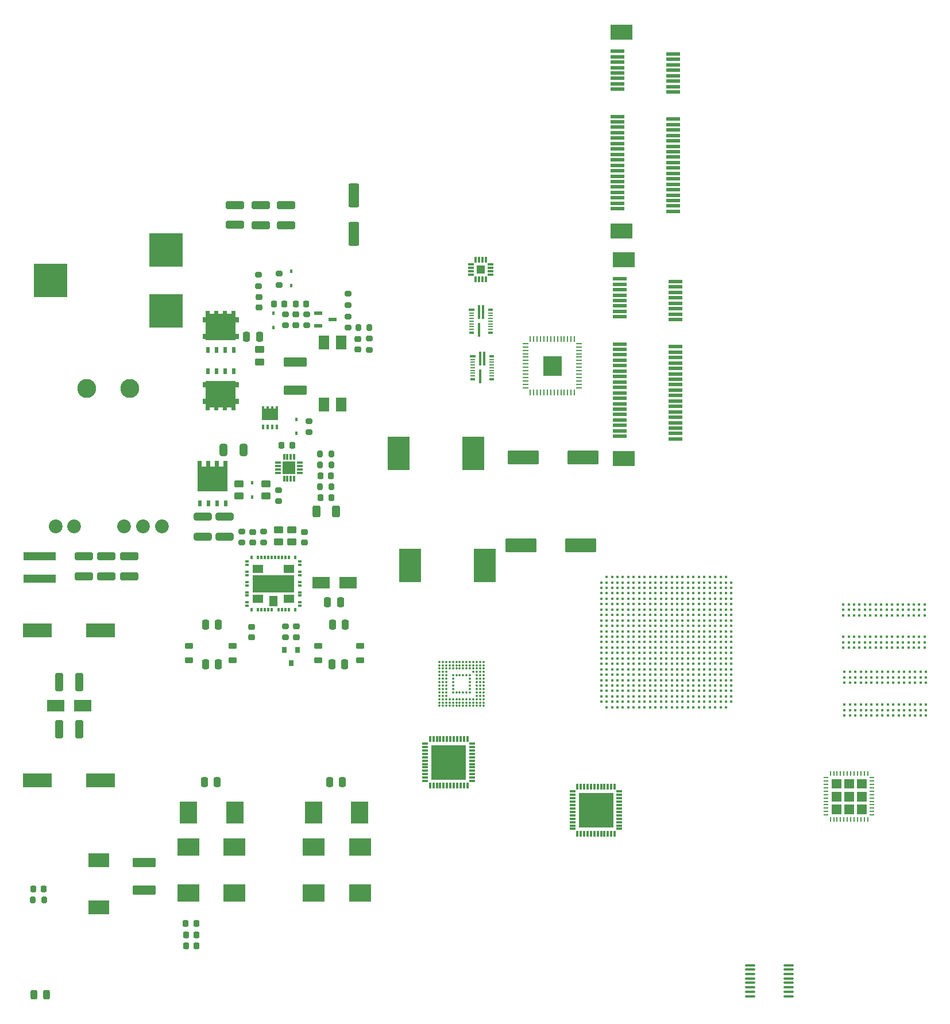
<source format=gbr>
%TF.GenerationSoftware,KiCad,Pcbnew,5.99.0-unknown-4b436fa57~104~ubuntu20.04.1*%
%TF.CreationDate,2020-10-20T16:16:34-05:00*%
%TF.ProjectId,AP2100,41503231-3030-42e6-9b69-6361645f7063,rev?*%
%TF.SameCoordinates,Original*%
%TF.FileFunction,Paste,Top*%
%TF.FilePolarity,Positive*%
%FSLAX46Y46*%
G04 Gerber Fmt 4.6, Leading zero omitted, Abs format (unit mm)*
G04 Created by KiCad (PCBNEW 5.99.0-unknown-4b436fa57~104~ubuntu20.04.1) date 2020-10-20 16:16:34*
%MOMM*%
%LPD*%
G01*
G04 APERTURE LIST*
G04 Aperture macros list*
%AMRoundRect*
0 Rectangle with rounded corners*
0 $1 Rounding radius*
0 $2 $3 $4 $5 $6 $7 $8 $9 X,Y pos of 4 corners*
0 Add a 4 corners polygon primitive as box body*
4,1,4,$2,$3,$4,$5,$6,$7,$8,$9,$2,$3,0*
0 Add four circle primitives for the rounded corners*
1,1,$1+$1,$2,$3,0*
1,1,$1+$1,$4,$5,0*
1,1,$1+$1,$6,$7,0*
1,1,$1+$1,$8,$9,0*
0 Add four rect primitives between the rounded corners*
20,1,$1+$1,$2,$3,$4,$5,0*
20,1,$1+$1,$4,$5,$6,$7,0*
20,1,$1+$1,$6,$7,$8,$9,0*
20,1,$1+$1,$8,$9,$2,$3,0*%
G04 Aperture macros list end*
%ADD10C,0.010000*%
%ADD11RoundRect,0.250000X-0.250000X-0.475000X0.250000X-0.475000X0.250000X0.475000X-0.250000X0.475000X0*%
%ADD12RoundRect,0.243750X-0.243750X-0.456250X0.243750X-0.456250X0.243750X0.456250X-0.243750X0.456250X0*%
%ADD13RoundRect,0.225000X-0.250000X0.225000X-0.250000X-0.225000X0.250000X-0.225000X0.250000X0.225000X0*%
%ADD14R,0.620000X0.940000*%
%ADD15R,1.300000X0.600000*%
%ADD16RoundRect,0.218750X0.381250X-0.218750X0.381250X0.218750X-0.381250X0.218750X-0.381250X-0.218750X0*%
%ADD17RoundRect,0.250000X1.100000X-0.325000X1.100000X0.325000X-1.100000X0.325000X-1.100000X-0.325000X0*%
%ADD18R,3.200000X5.000000*%
%ADD19RoundRect,0.200000X-0.275000X0.200000X-0.275000X-0.200000X0.275000X-0.200000X0.275000X0.200000X0*%
%ADD20RoundRect,0.225000X0.250000X-0.225000X0.250000X0.225000X-0.250000X0.225000X-0.250000X-0.225000X0*%
%ADD21R,0.450000X0.600000*%
%ADD22RoundRect,0.250000X1.075000X-0.312500X1.075000X0.312500X-1.075000X0.312500X-1.075000X-0.312500X0*%
%ADD23RoundRect,0.250000X0.450000X-0.262500X0.450000X0.262500X-0.450000X0.262500X-0.450000X-0.262500X0*%
%ADD24RoundRect,0.250000X-0.325000X-1.100000X0.325000X-1.100000X0.325000X1.100000X-0.325000X1.100000X0*%
%ADD25RoundRect,0.225000X0.225000X0.250000X-0.225000X0.250000X-0.225000X-0.250000X0.225000X-0.250000X0*%
%ADD26R,3.300000X2.500000*%
%ADD27RoundRect,0.218750X-0.218750X-0.256250X0.218750X-0.256250X0.218750X0.256250X-0.218750X0.256250X0*%
%ADD28RoundRect,0.250000X-0.450000X0.262500X-0.450000X-0.262500X0.450000X-0.262500X0.450000X0.262500X0*%
%ADD29RoundRect,0.225000X-0.225000X-0.250000X0.225000X-0.250000X0.225000X0.250000X-0.225000X0.250000X0*%
%ADD30R,5.000000X5.000000*%
%ADD31RoundRect,0.200000X0.275000X-0.200000X0.275000X0.200000X-0.275000X0.200000X-0.275000X-0.200000X0*%
%ADD32R,0.300000X0.850000*%
%ADD33R,0.850000X0.300000*%
%ADD34R,5.150000X5.150000*%
%ADD35RoundRect,0.218750X0.218750X0.256250X-0.218750X0.256250X-0.218750X-0.256250X0.218750X-0.256250X0*%
%ADD36RoundRect,0.250000X0.325000X0.650000X-0.325000X0.650000X-0.325000X-0.650000X0.325000X-0.650000X0*%
%ADD37RoundRect,0.250001X-2.049999X-0.799999X2.049999X-0.799999X2.049999X0.799999X-2.049999X0.799999X0*%
%ADD38C,2.030000*%
%ADD39C,2.790000*%
%ADD40R,1.250000X1.250000*%
%ADD41R,4.300000X2.100000*%
%ADD42RoundRect,0.100000X0.637500X0.100000X-0.637500X0.100000X-0.637500X-0.100000X0.637500X-0.100000X0*%
%ADD43RoundRect,0.250000X-1.100000X0.325000X-1.100000X-0.325000X1.100000X-0.325000X1.100000X0.325000X0*%
%ADD44C,0.410000*%
%ADD45R,2.000000X0.600000*%
%ADD46R,3.200000X2.300000*%
%ADD47RoundRect,0.250000X0.550000X-1.500000X0.550000X1.500000X-0.550000X1.500000X-0.550000X-1.500000X0*%
%ADD48RoundRect,0.218750X0.256250X-0.218750X0.256250X0.218750X-0.256250X0.218750X-0.256250X-0.218750X0*%
%ADD49R,2.500000X3.300000*%
%ADD50R,0.420000X0.700000*%
%ADD51R,2.370000X1.700000*%
%ADD52R,0.420000X0.450000*%
%ADD53RoundRect,0.249999X-1.450001X0.450001X-1.450001X-0.450001X1.450001X-0.450001X1.450001X0.450001X0*%
%ADD54R,2.500000X1.800000*%
%ADD55RoundRect,0.200000X0.200000X0.275000X-0.200000X0.275000X-0.200000X-0.275000X0.200000X-0.275000X0*%
%ADD56R,0.950000X0.300000*%
%ADD57R,0.300000X0.950000*%
%ADD58R,1.850000X1.850000*%
%ADD59R,1.500000X2.100000*%
%ADD60R,0.800000X0.900000*%
%ADD61R,0.300000X0.580000*%
%ADD62R,0.580000X0.300000*%
%ADD63R,1.520000X1.200000*%
%ADD64R,6.140000X2.560000*%
%ADD65R,1.200000X1.520000*%
%ADD66RoundRect,0.200000X-0.200000X-0.275000X0.200000X-0.275000X0.200000X0.275000X-0.200000X0.275000X0*%
%ADD67R,0.900000X0.300000*%
%ADD68R,0.800000X0.200000*%
%ADD69R,0.800000X0.300000*%
%ADD70R,0.300000X2.000000*%
%ADD71RoundRect,0.249999X1.450001X-0.450001X1.450001X0.450001X-1.450001X0.450001X-1.450001X-0.450001X0*%
%ADD72R,4.700000X1.200000*%
%ADD73R,3.150000X2.150000*%
%ADD74RoundRect,0.250000X-0.312500X-0.625000X0.312500X-0.625000X0.312500X0.625000X-0.312500X0.625000X0*%
%ADD75C,0.350000*%
%ADD76R,0.740000X0.260000*%
%ADD77R,0.260000X0.740000*%
%ADD78R,0.810000X0.270000*%
%ADD79R,0.270000X0.810000*%
%ADD80R,0.610000X0.917200*%
G04 APERTURE END LIST*
%TO.C,U5*%
G36*
X32184510Y-60035352D02*
G01*
X29082400Y-60035352D01*
X29082400Y-57634400D01*
X32184510Y-57634400D01*
X32184510Y-60035352D01*
G37*
D10*
X32184510Y-60035352D02*
X29082400Y-60035352D01*
X29082400Y-57634400D01*
X32184510Y-57634400D01*
X32184510Y-60035352D01*
%TO.C,U8*%
G36*
X125785800Y-130286750D02*
G01*
X124458260Y-130286750D01*
X124458260Y-128951600D01*
X125785800Y-128951600D01*
X125785800Y-130286750D01*
G37*
X125785800Y-130286750D02*
X124458260Y-130286750D01*
X124458260Y-128951600D01*
X125785800Y-128951600D01*
X125785800Y-130286750D01*
G36*
X122025800Y-130287530D02*
G01*
X120689870Y-130287530D01*
X120689870Y-128951600D01*
X122025800Y-128951600D01*
X122025800Y-130287530D01*
G37*
X122025800Y-130287530D02*
X120689870Y-130287530D01*
X120689870Y-128951600D01*
X122025800Y-128951600D01*
X122025800Y-130287530D01*
G36*
X123905800Y-130285950D02*
G01*
X122574664Y-130285950D01*
X122574664Y-128951600D01*
X123905800Y-128951600D01*
X123905800Y-130285950D01*
G37*
X123905800Y-130285950D02*
X122574664Y-130285950D01*
X122574664Y-128951600D01*
X123905800Y-128951600D01*
X123905800Y-130285950D01*
G36*
X122025800Y-128403385D02*
G01*
X120688970Y-128403385D01*
X120688970Y-127071600D01*
X122025800Y-127071600D01*
X122025800Y-128403385D01*
G37*
X122025800Y-128403385D02*
X120688970Y-128403385D01*
X120688970Y-127071600D01*
X122025800Y-127071600D01*
X122025800Y-128403385D01*
G36*
X125785800Y-126520660D02*
G01*
X124456740Y-126520660D01*
X124456740Y-125191600D01*
X125785800Y-125191600D01*
X125785800Y-126520660D01*
G37*
X125785800Y-126520660D02*
X124456740Y-126520660D01*
X124456740Y-125191600D01*
X125785800Y-125191600D01*
X125785800Y-126520660D01*
G36*
X123905800Y-126518840D02*
G01*
X122574289Y-126518840D01*
X122574289Y-125191600D01*
X123905800Y-125191600D01*
X123905800Y-126518840D01*
G37*
X123905800Y-126518840D02*
X122574289Y-126518840D01*
X122574289Y-125191600D01*
X123905800Y-125191600D01*
X123905800Y-126518840D01*
G36*
X125785800Y-128402613D02*
G01*
X124457650Y-128402613D01*
X124457650Y-127071600D01*
X125785800Y-127071600D01*
X125785800Y-128402613D01*
G37*
X125785800Y-128402613D02*
X124457650Y-128402613D01*
X124457650Y-127071600D01*
X125785800Y-127071600D01*
X125785800Y-128402613D01*
G36*
X123905800Y-128402383D02*
G01*
X122575017Y-128402383D01*
X122575017Y-127071600D01*
X123905800Y-127071600D01*
X123905800Y-128402383D01*
G37*
X123905800Y-128402383D02*
X122575017Y-128402383D01*
X122575017Y-127071600D01*
X123905800Y-127071600D01*
X123905800Y-128402383D01*
G36*
X122025800Y-126520290D02*
G01*
X120693050Y-126520290D01*
X120693050Y-125191600D01*
X122025800Y-125191600D01*
X122025800Y-126520290D01*
G37*
X122025800Y-126520290D02*
X120693050Y-126520290D01*
X120693050Y-125191600D01*
X122025800Y-125191600D01*
X122025800Y-126520290D01*
%TO.C,U3*%
G36*
X80827400Y-65690720D02*
G01*
X78224320Y-65690720D01*
X78224320Y-62887400D01*
X80827400Y-62887400D01*
X80827400Y-65690720D01*
G37*
X80827400Y-65690720D02*
X78224320Y-65690720D01*
X78224320Y-62887400D01*
X80827400Y-62887400D01*
X80827400Y-65690720D01*
%TO.C,Q1*%
G36*
X30260985Y-84953500D02*
G01*
X29860985Y-84953500D01*
X29860985Y-84128500D01*
X30260985Y-84128500D01*
X30260985Y-84953500D01*
G37*
X30260985Y-84953500D02*
X29860985Y-84953500D01*
X29860985Y-84128500D01*
X30260985Y-84128500D01*
X30260985Y-84953500D01*
G36*
X31580985Y-79151000D02*
G01*
X31080985Y-79151000D01*
X31080985Y-78401000D01*
X31580985Y-78401000D01*
X31580985Y-79151000D01*
G37*
X31580985Y-79151000D02*
X31080985Y-79151000D01*
X31080985Y-78401000D01*
X31580985Y-78401000D01*
X31580985Y-79151000D01*
G36*
X31530985Y-84953500D02*
G01*
X31130985Y-84953500D01*
X31130985Y-84128500D01*
X31530985Y-84128500D01*
X31530985Y-84953500D01*
G37*
X31530985Y-84953500D02*
X31130985Y-84953500D01*
X31130985Y-84128500D01*
X31530985Y-84128500D01*
X31530985Y-84953500D01*
G36*
X29040985Y-79151000D02*
G01*
X28540985Y-79151000D01*
X28540985Y-78401000D01*
X29040985Y-78401000D01*
X29040985Y-79151000D01*
G37*
X29040985Y-79151000D02*
X28540985Y-79151000D01*
X28540985Y-78401000D01*
X29040985Y-78401000D01*
X29040985Y-79151000D01*
G36*
X29325985Y-80851000D02*
G01*
X27825985Y-80851000D01*
X27825985Y-79351000D01*
X29325985Y-79351000D01*
X29325985Y-80851000D01*
G37*
X29325985Y-80851000D02*
X27825985Y-80851000D01*
X27825985Y-79351000D01*
X29325985Y-79351000D01*
X29325985Y-80851000D01*
G36*
X31025985Y-82551000D02*
G01*
X29525985Y-82551000D01*
X29525985Y-81051000D01*
X31025985Y-81051000D01*
X31025985Y-82551000D01*
G37*
X31025985Y-82551000D02*
X29525985Y-82551000D01*
X29525985Y-81051000D01*
X31025985Y-81051000D01*
X31025985Y-82551000D01*
G36*
X30310985Y-79151000D02*
G01*
X29810985Y-79151000D01*
X29810985Y-78401000D01*
X30310985Y-78401000D01*
X30310985Y-79151000D01*
G37*
X30310985Y-79151000D02*
X29810985Y-79151000D01*
X29810985Y-78401000D01*
X30310985Y-78401000D01*
X30310985Y-79151000D01*
G36*
X27770985Y-79151000D02*
G01*
X27270985Y-79151000D01*
X27270985Y-78401000D01*
X27770985Y-78401000D01*
X27770985Y-79151000D01*
G37*
X27770985Y-79151000D02*
X27270985Y-79151000D01*
X27270985Y-78401000D01*
X27770985Y-78401000D01*
X27770985Y-79151000D01*
G36*
X28990985Y-84953500D02*
G01*
X28590985Y-84953500D01*
X28590985Y-84128500D01*
X28990985Y-84128500D01*
X28990985Y-84953500D01*
G37*
X28990985Y-84953500D02*
X28590985Y-84953500D01*
X28590985Y-84128500D01*
X28990985Y-84128500D01*
X28990985Y-84953500D01*
G36*
X31025985Y-80851000D02*
G01*
X29525985Y-80851000D01*
X29525985Y-79351000D01*
X31025985Y-79351000D01*
X31025985Y-80851000D01*
G37*
X31025985Y-80851000D02*
X29525985Y-80851000D01*
X29525985Y-79351000D01*
X31025985Y-79351000D01*
X31025985Y-80851000D01*
G36*
X29325985Y-82551000D02*
G01*
X27825985Y-82551000D01*
X27825985Y-81051000D01*
X29325985Y-81051000D01*
X29325985Y-82551000D01*
G37*
X29325985Y-82551000D02*
X27825985Y-82551000D01*
X27825985Y-81051000D01*
X29325985Y-81051000D01*
X29325985Y-82551000D01*
G36*
X27720985Y-84953500D02*
G01*
X27320985Y-84953500D01*
X27320985Y-84128500D01*
X27720985Y-84128500D01*
X27720985Y-84953500D01*
G37*
X27720985Y-84953500D02*
X27320985Y-84953500D01*
X27320985Y-84128500D01*
X27720985Y-84128500D01*
X27720985Y-84953500D01*
%TO.C,U4*%
G36*
X32182400Y-69467200D02*
G01*
X29080290Y-69467200D01*
X29080290Y-67066248D01*
X32182400Y-67066248D01*
X32182400Y-69467200D01*
G37*
X32182400Y-69467200D02*
X29080290Y-69467200D01*
X29080290Y-67066248D01*
X32182400Y-67066248D01*
X32182400Y-69467200D01*
%TD*%
D11*
%TO.C,C112*%
X34447400Y-60029450D03*
X36347400Y-60029450D03*
%TD*%
D12*
%TO.C,LED6*%
X3062500Y-157000000D03*
X4937500Y-157000000D03*
%TD*%
D13*
%TO.C,C89*%
X41802196Y-102727102D03*
X41802196Y-104277102D03*
%TD*%
D11*
%TO.C,C83*%
X46691130Y-125611200D03*
X48591130Y-125611200D03*
%TD*%
D14*
%TO.C,U5*%
X28727400Y-61989400D03*
X29997400Y-61989400D03*
X31267400Y-61989400D03*
X32537400Y-61989400D03*
G36*
X27957046Y-59589045D02*
G01*
X27957400Y-59588899D01*
X28426900Y-59588899D01*
X28426900Y-57939899D01*
X27957402Y-57939898D01*
X27957400Y-57939899D01*
X27957046Y-57939753D01*
X27956900Y-57939399D01*
X27956900Y-57139399D01*
X27957046Y-57139045D01*
X27957400Y-57138899D01*
X28426900Y-57138899D01*
X28426900Y-56214400D01*
X28427046Y-56214046D01*
X28427400Y-56213900D01*
X29032400Y-56213900D01*
X29032754Y-56214046D01*
X29032900Y-56214400D01*
X29032900Y-56678900D01*
X29691900Y-56678900D01*
X29691900Y-56214400D01*
X29692046Y-56214046D01*
X29692400Y-56213900D01*
X30302400Y-56213900D01*
X30302754Y-56214046D01*
X30302900Y-56214400D01*
X30302900Y-56678900D01*
X30961900Y-56678900D01*
X30961900Y-56214400D01*
X30962046Y-56214046D01*
X30962400Y-56213900D01*
X31572400Y-56213900D01*
X31572754Y-56214046D01*
X31572900Y-56214400D01*
X31572900Y-56678900D01*
X32227400Y-56678900D01*
X32227400Y-56209400D01*
X32847400Y-56209400D01*
X32847400Y-57138900D01*
X33307400Y-57138900D01*
X33307754Y-57139046D01*
X33307900Y-57139400D01*
X33307899Y-57939400D01*
X33307753Y-57939754D01*
X33307399Y-57939900D01*
X32837899Y-57939899D01*
X32837899Y-59588900D01*
X33307399Y-59588900D01*
X33307753Y-59589046D01*
X33307899Y-59589400D01*
X33307899Y-60389400D01*
X33307753Y-60389754D01*
X33307399Y-60389900D01*
X32837899Y-60389899D01*
X32837899Y-60539400D01*
X32837753Y-60539754D01*
X32837399Y-60539900D01*
X28427402Y-60539898D01*
X28427400Y-60539899D01*
X28427046Y-60539753D01*
X28426900Y-60539399D01*
X28426900Y-60389899D01*
X27957402Y-60389898D01*
X27957400Y-60389899D01*
X27957046Y-60389753D01*
X27956900Y-60389399D01*
X27956900Y-59589399D01*
X27957046Y-59589045D01*
G37*
X31267400Y-56679400D03*
X29997400Y-56679400D03*
X28727400Y-56679400D03*
%TD*%
D15*
%TO.C,U6*%
X45012900Y-56530700D03*
X45012900Y-58430700D03*
X47112900Y-57480700D03*
%TD*%
D16*
%TO.C,FB2*%
X32397310Y-107712800D03*
X32397310Y-105587800D03*
%TD*%
D17*
%TO.C,C116*%
X32740600Y-43562800D03*
X32740600Y-40612800D03*
%TD*%
%TO.C,C113*%
X36499800Y-43586400D03*
X36499800Y-40636400D03*
%TD*%
D18*
%TO.C,L1*%
X58584200Y-93700600D03*
X69584200Y-93700600D03*
%TD*%
D19*
%TO.C,R46*%
X49390300Y-53722000D03*
X49390300Y-55372000D03*
%TD*%
D20*
%TO.C,C87*%
X42941196Y-90330999D03*
X42941196Y-88780999D03*
%TD*%
D21*
%TO.C,D13*%
X35306585Y-81576200D03*
X35306585Y-83676200D03*
%TD*%
D22*
%TO.C,R41*%
X31242000Y-89462800D03*
X31242000Y-86537800D03*
%TD*%
D23*
%TO.C,R17*%
X41144996Y-90271600D03*
X41144996Y-88446600D03*
%TD*%
D24*
%TO.C,C95*%
X6804185Y-117867800D03*
X9754185Y-117867800D03*
%TD*%
D16*
%TO.C,FB4*%
X51181585Y-107712800D03*
X51181585Y-105587800D03*
%TD*%
D25*
%TO.C,C118*%
X46889785Y-80525602D03*
X45339785Y-80525602D03*
%TD*%
D26*
%TO.C,D6*%
X51155185Y-135192196D03*
X51155185Y-141992196D03*
%TD*%
D16*
%TO.C,FB3*%
X45034785Y-107712800D03*
X45034785Y-105587800D03*
%TD*%
D27*
%TO.C,LED4*%
X2971700Y-141427200D03*
X4546700Y-141427200D03*
%TD*%
D20*
%TO.C,C122*%
X50863500Y-61887700D03*
X50863500Y-60337700D03*
%TD*%
D28*
%TO.C,R38*%
X33303184Y-81694899D03*
X33303184Y-83519899D03*
%TD*%
D20*
%TO.C,C104*%
X35168796Y-104307701D03*
X35168796Y-102757701D03*
%TD*%
D29*
%TO.C,C127*%
X38442900Y-55206900D03*
X39992900Y-55206900D03*
%TD*%
D20*
%TO.C,C123*%
X41719500Y-58306300D03*
X41719500Y-56756300D03*
%TD*%
D21*
%TO.C,D19*%
X41021000Y-50385000D03*
X41021000Y-52485000D03*
%TD*%
D30*
%TO.C,L10*%
X22572185Y-56239800D03*
X22572185Y-47239800D03*
X5572185Y-51739800D03*
%TD*%
D11*
%TO.C,C105*%
X46375196Y-99138501D03*
X48275196Y-99138501D03*
%TD*%
D31*
%TO.C,R19*%
X40142796Y-104344501D03*
X40142796Y-102694501D03*
%TD*%
D20*
%TO.C,C90*%
X35346596Y-90334100D03*
X35346596Y-88784100D03*
%TD*%
D32*
%TO.C,IC8*%
X61486600Y-126182800D03*
X61986600Y-126182800D03*
X62486600Y-126182800D03*
X62986600Y-126182800D03*
X63486600Y-126182800D03*
X63986600Y-126182800D03*
X64486600Y-126182800D03*
X64986600Y-126182800D03*
X65486600Y-126182800D03*
X65986600Y-126182800D03*
X66486600Y-126182800D03*
X66986600Y-126182800D03*
D33*
X67686600Y-125482800D03*
X67686600Y-124982800D03*
X67686600Y-124482800D03*
X67686600Y-123982800D03*
X67686600Y-123482800D03*
X67686600Y-122982800D03*
X67686600Y-122482800D03*
X67686600Y-121982800D03*
X67686600Y-121482800D03*
X67686600Y-120982800D03*
X67686600Y-120482800D03*
X67686600Y-119982800D03*
D32*
X66986600Y-119282800D03*
X66486600Y-119282800D03*
X65986600Y-119282800D03*
X65486600Y-119282800D03*
X64986600Y-119282800D03*
X64486600Y-119282800D03*
X63986600Y-119282800D03*
X63486600Y-119282800D03*
X62986600Y-119282800D03*
X62486600Y-119282800D03*
X61986600Y-119282800D03*
X61486600Y-119282800D03*
D33*
X60786600Y-119982800D03*
X60786600Y-120482800D03*
X60786600Y-120982800D03*
X60786600Y-121482800D03*
X60786600Y-121982800D03*
X60786600Y-122482800D03*
X60786600Y-122982800D03*
X60786600Y-123482800D03*
X60786600Y-123982800D03*
X60786600Y-124482800D03*
X60786600Y-124982800D03*
X60786600Y-125482800D03*
D34*
X64236600Y-122732800D03*
%TD*%
D35*
%TO.C,LED1*%
X27051100Y-146484050D03*
X25476100Y-146484050D03*
%TD*%
D31*
%TO.C,R49*%
X39217600Y-52387000D03*
X39217600Y-50737000D03*
%TD*%
D22*
%TO.C,R42*%
X27965400Y-89458800D03*
X27965400Y-86533800D03*
%TD*%
D36*
%TO.C,C120*%
X33987000Y-76708000D03*
X31037000Y-76708000D03*
%TD*%
D37*
%TO.C,C222*%
X74873400Y-90779600D03*
X83673400Y-90779600D03*
%TD*%
D38*
%TO.C,TR1*%
X6288185Y-87930800D03*
X8992185Y-87930800D03*
X16358185Y-87930800D03*
X19152185Y-87930800D03*
X21946185Y-87930800D03*
D39*
X17247185Y-67610800D03*
X10897185Y-67610800D03*
%TD*%
D18*
%TO.C,L2*%
X56857000Y-77216000D03*
X67857000Y-77216000D03*
%TD*%
D31*
%TO.C,R25*%
X33746396Y-90384100D03*
X33746396Y-88734100D03*
%TD*%
D33*
%TO.C,IC1*%
X67540046Y-49379825D03*
X67540046Y-49879825D03*
X67540046Y-50379825D03*
X67540046Y-50879825D03*
D32*
X68240046Y-51579825D03*
X68740046Y-51579825D03*
X69240046Y-51579825D03*
X69740046Y-51579825D03*
D33*
X70440046Y-50879825D03*
X70440046Y-50379825D03*
X70440046Y-49879825D03*
X70440046Y-49379825D03*
D32*
X69740046Y-48679825D03*
X69240046Y-48679825D03*
X68740046Y-48679825D03*
X68240046Y-48679825D03*
D40*
X68990046Y-50129825D03*
%TD*%
D21*
%TO.C,D18*%
X41774200Y-72183201D03*
X41774200Y-74283201D03*
%TD*%
D41*
%TO.C,C92*%
X3580185Y-103301800D03*
X12880185Y-103301800D03*
%TD*%
%TO.C,C91*%
X3580185Y-125425200D03*
X12880185Y-125425200D03*
%TD*%
D42*
%TO.C,U11*%
X114368500Y-157189600D03*
X114368500Y-156539600D03*
X114368500Y-155889600D03*
X114368500Y-155239600D03*
X114368500Y-154589600D03*
X114368500Y-153939600D03*
X114368500Y-153289600D03*
X114368500Y-152639600D03*
X108643500Y-152639600D03*
X108643500Y-153289600D03*
X108643500Y-153939600D03*
X108643500Y-154589600D03*
X108643500Y-155239600D03*
X108643500Y-155889600D03*
X108643500Y-156539600D03*
X108643500Y-157189600D03*
%TD*%
D43*
%TO.C,C102*%
X10451785Y-92379800D03*
X10451785Y-95329800D03*
%TD*%
D44*
%TO.C,IC7*%
X122397000Y-105866800D03*
X122397000Y-105066800D03*
X122397000Y-104266800D03*
X122397000Y-101066800D03*
X122397000Y-100266800D03*
X122397000Y-99466800D03*
X123197000Y-105866800D03*
X123197000Y-105066800D03*
X123197000Y-104266800D03*
X123197000Y-101066800D03*
X123197000Y-100266800D03*
X123197000Y-99466800D03*
X123997000Y-105866800D03*
X123997000Y-105066800D03*
X123997000Y-104266800D03*
X123997000Y-101066800D03*
X123997000Y-100266800D03*
X123997000Y-99466800D03*
X124797000Y-105866800D03*
X124797000Y-105066800D03*
X124797000Y-104266800D03*
X124797000Y-101066800D03*
X124797000Y-100266800D03*
X124797000Y-99466800D03*
X125597000Y-105866800D03*
X125597000Y-105066800D03*
X125597000Y-104266800D03*
X125597000Y-101066800D03*
X125597000Y-100266800D03*
X125597000Y-99466800D03*
X126397000Y-105866800D03*
X126397000Y-105066800D03*
X126397000Y-104266800D03*
X126397000Y-101066800D03*
X126397000Y-100266800D03*
X126397000Y-99466800D03*
X127197000Y-105866800D03*
X127197000Y-105066800D03*
X127197000Y-104266800D03*
X127197000Y-101066800D03*
X127197000Y-100266800D03*
X127197000Y-99466800D03*
X127997000Y-105866800D03*
X127997000Y-105066800D03*
X127997000Y-104266800D03*
X127997000Y-101066800D03*
X127997000Y-100266800D03*
X127997000Y-99466800D03*
X128797000Y-105866800D03*
X128797000Y-105066800D03*
X128797000Y-104266800D03*
X128797000Y-101066800D03*
X128797000Y-100266800D03*
X128797000Y-99466800D03*
X129597000Y-105866800D03*
X129597000Y-105066800D03*
X129597000Y-104266800D03*
X129597000Y-101066800D03*
X129597000Y-100266800D03*
X129597000Y-99466800D03*
X130397000Y-105866800D03*
X130397000Y-105066800D03*
X130397000Y-104266800D03*
X130397000Y-101066800D03*
X130397000Y-100266800D03*
X130397000Y-99466800D03*
X131197000Y-105866800D03*
X131197000Y-105066800D03*
X131197000Y-104266800D03*
X131197000Y-101066800D03*
X131197000Y-100266800D03*
X131197000Y-99466800D03*
X131997000Y-105866800D03*
X131997000Y-105066800D03*
X131997000Y-104266800D03*
X131997000Y-101066800D03*
X131997000Y-100266800D03*
X131997000Y-99466800D03*
X132797000Y-105866800D03*
X132797000Y-105066800D03*
X132797000Y-104266800D03*
X132797000Y-101066800D03*
X132797000Y-100266800D03*
X132797000Y-99466800D03*
X133597000Y-105866800D03*
X133597000Y-105066800D03*
X133597000Y-104266800D03*
X133597000Y-101066800D03*
X133597000Y-100266800D03*
X133597000Y-99466800D03*
X134397000Y-105866800D03*
X134397000Y-105066800D03*
X134397000Y-104266800D03*
X134397000Y-101066800D03*
X134397000Y-100266800D03*
X134397000Y-99466800D03*
%TD*%
D26*
%TO.C,D5*%
X32651310Y-141992196D03*
X32651310Y-135192196D03*
%TD*%
D19*
%TO.C,R45*%
X52539900Y-60313300D03*
X52539900Y-61963300D03*
%TD*%
D45*
%TO.C,J6*%
X89448200Y-51496800D03*
X97648200Y-51896800D03*
X89448200Y-52296800D03*
X97648200Y-52696800D03*
X89448200Y-53096800D03*
X97648200Y-53496800D03*
X89448200Y-53896800D03*
X97648200Y-54296800D03*
X89448200Y-54696800D03*
X97648200Y-55096800D03*
X89448200Y-55496800D03*
X97648200Y-55896800D03*
X89448200Y-56296800D03*
X97648200Y-56696800D03*
X89448200Y-57096800D03*
X97648200Y-57496800D03*
X89448200Y-61096800D03*
X97648200Y-61496800D03*
X89448200Y-61896800D03*
X97648200Y-62296800D03*
X89448200Y-62696800D03*
X97648200Y-63096800D03*
X89448200Y-63496800D03*
X97648200Y-63896800D03*
X89448200Y-64296800D03*
X97648200Y-64696800D03*
X89448200Y-65096800D03*
X97648200Y-65496800D03*
X89448200Y-65896800D03*
X97648200Y-66296800D03*
X89448200Y-66696800D03*
X97648200Y-67096800D03*
X89448200Y-67496800D03*
X97648200Y-67896800D03*
X89448200Y-68296800D03*
X97648200Y-68696800D03*
X89448200Y-69096800D03*
X97648200Y-69496800D03*
X89448200Y-69896800D03*
X97648200Y-70296800D03*
X89448200Y-70696800D03*
X97648200Y-71096800D03*
X89448200Y-71496800D03*
X97648200Y-71896800D03*
X89448200Y-72296800D03*
X97648200Y-72696800D03*
X89448200Y-73096800D03*
X97648200Y-73496800D03*
X89448200Y-73896800D03*
X97648200Y-74296800D03*
X89448200Y-74696800D03*
X97648200Y-75096800D03*
D46*
X90048200Y-77946800D03*
X90048200Y-48646800D03*
%TD*%
D47*
%TO.C,C115*%
X50292000Y-44843000D03*
X50292000Y-39243000D03*
%TD*%
D21*
%TO.C,D20*%
X38417500Y-56595300D03*
X38417500Y-58695300D03*
%TD*%
D44*
%TO.C,U7*%
X87516800Y-95429000D03*
X88316800Y-95429000D03*
X89116800Y-95429000D03*
X89916800Y-95429000D03*
X90716800Y-95429000D03*
X91516800Y-95429000D03*
X92316800Y-95429000D03*
X93116800Y-95429000D03*
X93916800Y-95429000D03*
X94716800Y-95429000D03*
X95516800Y-95429000D03*
X96316800Y-95429000D03*
X97116800Y-95429000D03*
X97916800Y-95429000D03*
X98716800Y-95429000D03*
X99516800Y-95429000D03*
X100316800Y-95429000D03*
X101116800Y-95429000D03*
X101916800Y-95429000D03*
X102716800Y-95429000D03*
X103516800Y-95429000D03*
X104316800Y-95429000D03*
X105116800Y-95429000D03*
X86716800Y-111429000D03*
X87516800Y-111429000D03*
X88316800Y-111429000D03*
X89116800Y-111429000D03*
X89916800Y-111429000D03*
X90716800Y-111429000D03*
X91516800Y-111429000D03*
X92316800Y-111429000D03*
X93116800Y-111429000D03*
X93916800Y-111429000D03*
X94716800Y-111429000D03*
X95516800Y-111429000D03*
X96316800Y-111429000D03*
X97116800Y-111429000D03*
X97916800Y-111429000D03*
X98716800Y-111429000D03*
X99516800Y-111429000D03*
X100316800Y-111429000D03*
X101116800Y-111429000D03*
X101916800Y-111429000D03*
X102716800Y-111429000D03*
X103516800Y-111429000D03*
X104316800Y-111429000D03*
X105116800Y-111429000D03*
X105916800Y-111429000D03*
X86716800Y-112229000D03*
X87516800Y-112229000D03*
X88316800Y-112229000D03*
X89116800Y-112229000D03*
X89916800Y-112229000D03*
X90716800Y-112229000D03*
X91516800Y-112229000D03*
X92316800Y-112229000D03*
X93116800Y-112229000D03*
X93916800Y-112229000D03*
X94716800Y-112229000D03*
X95516800Y-112229000D03*
X96316800Y-112229000D03*
X97116800Y-112229000D03*
X97916800Y-112229000D03*
X98716800Y-112229000D03*
X99516800Y-112229000D03*
X100316800Y-112229000D03*
X101116800Y-112229000D03*
X101916800Y-112229000D03*
X102716800Y-112229000D03*
X103516800Y-112229000D03*
X104316800Y-112229000D03*
X105116800Y-112229000D03*
X105916800Y-112229000D03*
X86716800Y-113029000D03*
X87516800Y-113029000D03*
X88316800Y-113029000D03*
X89116800Y-113029000D03*
X89916800Y-113029000D03*
X90716800Y-113029000D03*
X91516800Y-113029000D03*
X92316800Y-113029000D03*
X93116800Y-113029000D03*
X93916800Y-113029000D03*
X94716800Y-113029000D03*
X95516800Y-113029000D03*
X96316800Y-113029000D03*
X97116800Y-113029000D03*
X97916800Y-113029000D03*
X98716800Y-113029000D03*
X99516800Y-113029000D03*
X100316800Y-113029000D03*
X101116800Y-113029000D03*
X101916800Y-113029000D03*
X102716800Y-113029000D03*
X103516800Y-113029000D03*
X104316800Y-113029000D03*
X105116800Y-113029000D03*
X105916800Y-113029000D03*
X86716800Y-113829000D03*
X87516800Y-113829000D03*
X88316800Y-113829000D03*
X89116800Y-113829000D03*
X89916800Y-113829000D03*
X90716800Y-113829000D03*
X91516800Y-113829000D03*
X92316800Y-113829000D03*
X93116800Y-113829000D03*
X93916800Y-113829000D03*
X94716800Y-113829000D03*
X95516800Y-113829000D03*
X96316800Y-113829000D03*
X97116800Y-113829000D03*
X97916800Y-113829000D03*
X98716800Y-113829000D03*
X99516800Y-113829000D03*
X100316800Y-113829000D03*
X101116800Y-113829000D03*
X101916800Y-113829000D03*
X102716800Y-113829000D03*
X103516800Y-113829000D03*
X104316800Y-113829000D03*
X105116800Y-113829000D03*
X105916800Y-113829000D03*
X87516800Y-114629000D03*
X88316800Y-114629000D03*
X89116800Y-114629000D03*
X89916800Y-114629000D03*
X90716800Y-114629000D03*
X91516800Y-114629000D03*
X92316800Y-114629000D03*
X93116800Y-114629000D03*
X93916800Y-114629000D03*
X94716800Y-114629000D03*
X95516800Y-114629000D03*
X96316800Y-114629000D03*
X97116800Y-114629000D03*
X97916800Y-114629000D03*
X98716800Y-114629000D03*
X99516800Y-114629000D03*
X100316800Y-114629000D03*
X101116800Y-114629000D03*
X101916800Y-114629000D03*
X102716800Y-114629000D03*
X103516800Y-114629000D03*
X104316800Y-114629000D03*
X105116800Y-114629000D03*
X86716800Y-96229000D03*
X87516800Y-96229000D03*
X88316800Y-96229000D03*
X89116800Y-96229000D03*
X89916800Y-96229000D03*
X90716800Y-96229000D03*
X91516800Y-96229000D03*
X92316800Y-96229000D03*
X93116800Y-96229000D03*
X93916800Y-96229000D03*
X94716800Y-96229000D03*
X95516800Y-96229000D03*
X96316800Y-96229000D03*
X97116800Y-96229000D03*
X97916800Y-96229000D03*
X98716800Y-96229000D03*
X99516800Y-96229000D03*
X100316800Y-96229000D03*
X101116800Y-96229000D03*
X101916800Y-96229000D03*
X102716800Y-96229000D03*
X103516800Y-96229000D03*
X104316800Y-96229000D03*
X105116800Y-96229000D03*
X105916800Y-96229000D03*
X86716800Y-97029000D03*
X87516800Y-97029000D03*
X88316800Y-97029000D03*
X89116800Y-97029000D03*
X89916800Y-97029000D03*
X90716800Y-97029000D03*
X91516800Y-97029000D03*
X92316800Y-97029000D03*
X93116800Y-97029000D03*
X93916800Y-97029000D03*
X94716800Y-97029000D03*
X95516800Y-97029000D03*
X96316800Y-97029000D03*
X97116800Y-97029000D03*
X97916800Y-97029000D03*
X98716800Y-97029000D03*
X99516800Y-97029000D03*
X100316800Y-97029000D03*
X101116800Y-97029000D03*
X101916800Y-97029000D03*
X102716800Y-97029000D03*
X103516800Y-97029000D03*
X104316800Y-97029000D03*
X105116800Y-97029000D03*
X105916800Y-97029000D03*
X86716800Y-97829000D03*
X87516800Y-97829000D03*
X88316800Y-97829000D03*
X89116800Y-97829000D03*
X89916800Y-97829000D03*
X90716800Y-97829000D03*
X91516800Y-97829000D03*
X92316800Y-97829000D03*
X93116800Y-97829000D03*
X93916800Y-97829000D03*
X94716800Y-97829000D03*
X95516800Y-97829000D03*
X96316800Y-97829000D03*
X97116800Y-97829000D03*
X97916800Y-97829000D03*
X98716800Y-97829000D03*
X99516800Y-97829000D03*
X100316800Y-97829000D03*
X101116800Y-97829000D03*
X101916800Y-97829000D03*
X102716800Y-97829000D03*
X103516800Y-97829000D03*
X104316800Y-97829000D03*
X105116800Y-97829000D03*
X105916800Y-97829000D03*
X86716800Y-98629000D03*
X87516800Y-98629000D03*
X88316800Y-98629000D03*
X89116800Y-98629000D03*
X89916800Y-98629000D03*
X90716800Y-98629000D03*
X91516800Y-98629000D03*
X92316800Y-98629000D03*
X93116800Y-98629000D03*
X93916800Y-98629000D03*
X94716800Y-98629000D03*
X95516800Y-98629000D03*
X96316800Y-98629000D03*
X97116800Y-98629000D03*
X97916800Y-98629000D03*
X98716800Y-98629000D03*
X99516800Y-98629000D03*
X100316800Y-98629000D03*
X101116800Y-98629000D03*
X101916800Y-98629000D03*
X102716800Y-98629000D03*
X103516800Y-98629000D03*
X104316800Y-98629000D03*
X105116800Y-98629000D03*
X105916800Y-98629000D03*
X86716800Y-99429000D03*
X87516800Y-99429000D03*
X88316800Y-99429000D03*
X89116800Y-99429000D03*
X89916800Y-99429000D03*
X90716800Y-99429000D03*
X91516800Y-99429000D03*
X92316800Y-99429000D03*
X93116800Y-99429000D03*
X93916800Y-99429000D03*
X94716800Y-99429000D03*
X95516800Y-99429000D03*
X96316800Y-99429000D03*
X97116800Y-99429000D03*
X97916800Y-99429000D03*
X98716800Y-99429000D03*
X99516800Y-99429000D03*
X100316800Y-99429000D03*
X101116800Y-99429000D03*
X101916800Y-99429000D03*
X102716800Y-99429000D03*
X103516800Y-99429000D03*
X104316800Y-99429000D03*
X105116800Y-99429000D03*
X105916800Y-99429000D03*
X86716800Y-100229000D03*
X87516800Y-100229000D03*
X88316800Y-100229000D03*
X89116800Y-100229000D03*
X89916800Y-100229000D03*
X90716800Y-100229000D03*
X91516800Y-100229000D03*
X92316800Y-100229000D03*
X93116800Y-100229000D03*
X93916800Y-100229000D03*
X94716800Y-100229000D03*
X95516800Y-100229000D03*
X96316800Y-100229000D03*
X97116800Y-100229000D03*
X97916800Y-100229000D03*
X98716800Y-100229000D03*
X99516800Y-100229000D03*
X100316800Y-100229000D03*
X101116800Y-100229000D03*
X101916800Y-100229000D03*
X102716800Y-100229000D03*
X103516800Y-100229000D03*
X104316800Y-100229000D03*
X105116800Y-100229000D03*
X105916800Y-100229000D03*
X86716800Y-101029000D03*
X87516800Y-101029000D03*
X88316800Y-101029000D03*
X89116800Y-101029000D03*
X89916800Y-101029000D03*
X90716800Y-101029000D03*
X91516800Y-101029000D03*
X92316800Y-101029000D03*
X93116800Y-101029000D03*
X93916800Y-101029000D03*
X94716800Y-101029000D03*
X95516800Y-101029000D03*
X96316800Y-101029000D03*
X97116800Y-101029000D03*
X97916800Y-101029000D03*
X98716800Y-101029000D03*
X99516800Y-101029000D03*
X100316800Y-101029000D03*
X101116800Y-101029000D03*
X101916800Y-101029000D03*
X102716800Y-101029000D03*
X103516800Y-101029000D03*
X104316800Y-101029000D03*
X105116800Y-101029000D03*
X105916800Y-101029000D03*
X86716800Y-101829000D03*
X87516800Y-101829000D03*
X88316800Y-101829000D03*
X89116800Y-101829000D03*
X89916800Y-101829000D03*
X90716800Y-101829000D03*
X91516800Y-101829000D03*
X92316800Y-101829000D03*
X93116800Y-101829000D03*
X93916800Y-101829000D03*
X94716800Y-101829000D03*
X95516800Y-101829000D03*
X96316800Y-101829000D03*
X97116800Y-101829000D03*
X97916800Y-101829000D03*
X98716800Y-101829000D03*
X99516800Y-101829000D03*
X100316800Y-101829000D03*
X101116800Y-101829000D03*
X101916800Y-101829000D03*
X102716800Y-101829000D03*
X103516800Y-101829000D03*
X104316800Y-101829000D03*
X105116800Y-101829000D03*
X105916800Y-101829000D03*
X86716800Y-102629000D03*
X87516800Y-102629000D03*
X88316800Y-102629000D03*
X89116800Y-102629000D03*
X89916800Y-102629000D03*
X90716800Y-102629000D03*
X91516800Y-102629000D03*
X92316800Y-102629000D03*
X93116800Y-102629000D03*
X93916800Y-102629000D03*
X94716800Y-102629000D03*
X95516800Y-102629000D03*
X96316800Y-102629000D03*
X97116800Y-102629000D03*
X97916800Y-102629000D03*
X98716800Y-102629000D03*
X99516800Y-102629000D03*
X100316800Y-102629000D03*
X101116800Y-102629000D03*
X101916800Y-102629000D03*
X102716800Y-102629000D03*
X103516800Y-102629000D03*
X104316800Y-102629000D03*
X105116800Y-102629000D03*
X105916800Y-102629000D03*
X86716800Y-103429000D03*
X87516800Y-103429000D03*
X88316800Y-103429000D03*
X89116800Y-103429000D03*
X89916800Y-103429000D03*
X90716800Y-103429000D03*
X91516800Y-103429000D03*
X92316800Y-103429000D03*
X93116800Y-103429000D03*
X93916800Y-103429000D03*
X94716800Y-103429000D03*
X95516800Y-103429000D03*
X96316800Y-103429000D03*
X97116800Y-103429000D03*
X97916800Y-103429000D03*
X98716800Y-103429000D03*
X99516800Y-103429000D03*
X100316800Y-103429000D03*
X101116800Y-103429000D03*
X101916800Y-103429000D03*
X102716800Y-103429000D03*
X103516800Y-103429000D03*
X104316800Y-103429000D03*
X105116800Y-103429000D03*
X105916800Y-103429000D03*
X86716800Y-104229000D03*
X87516800Y-104229000D03*
X88316800Y-104229000D03*
X89116800Y-104229000D03*
X89916800Y-104229000D03*
X90716800Y-104229000D03*
X91516800Y-104229000D03*
X92316800Y-104229000D03*
X93116800Y-104229000D03*
X93916800Y-104229000D03*
X94716800Y-104229000D03*
X95516800Y-104229000D03*
X96316800Y-104229000D03*
X97116800Y-104229000D03*
X97916800Y-104229000D03*
X98716800Y-104229000D03*
X99516800Y-104229000D03*
X100316800Y-104229000D03*
X101116800Y-104229000D03*
X101916800Y-104229000D03*
X102716800Y-104229000D03*
X103516800Y-104229000D03*
X104316800Y-104229000D03*
X105116800Y-104229000D03*
X105916800Y-104229000D03*
X86716800Y-105029000D03*
X87516800Y-105029000D03*
X88316800Y-105029000D03*
X89116800Y-105029000D03*
X89916800Y-105029000D03*
X90716800Y-105029000D03*
X91516800Y-105029000D03*
X92316800Y-105029000D03*
X93116800Y-105029000D03*
X93916800Y-105029000D03*
X94716800Y-105029000D03*
X95516800Y-105029000D03*
X96316800Y-105029000D03*
X97116800Y-105029000D03*
X97916800Y-105029000D03*
X98716800Y-105029000D03*
X99516800Y-105029000D03*
X100316800Y-105029000D03*
X101116800Y-105029000D03*
X101916800Y-105029000D03*
X102716800Y-105029000D03*
X103516800Y-105029000D03*
X104316800Y-105029000D03*
X105116800Y-105029000D03*
X105916800Y-105029000D03*
X86716800Y-105829000D03*
X87516800Y-105829000D03*
X88316800Y-105829000D03*
X89116800Y-105829000D03*
X89916800Y-105829000D03*
X90716800Y-105829000D03*
X91516800Y-105829000D03*
X92316800Y-105829000D03*
X93116800Y-105829000D03*
X93916800Y-105829000D03*
X94716800Y-105829000D03*
X95516800Y-105829000D03*
X96316800Y-105829000D03*
X97116800Y-105829000D03*
X97916800Y-105829000D03*
X98716800Y-105829000D03*
X99516800Y-105829000D03*
X100316800Y-105829000D03*
X101116800Y-105829000D03*
X101916800Y-105829000D03*
X102716800Y-105829000D03*
X103516800Y-105829000D03*
X104316800Y-105829000D03*
X105116800Y-105829000D03*
X105916800Y-105829000D03*
X86716800Y-106629000D03*
X87516800Y-106629000D03*
X88316800Y-106629000D03*
X89116800Y-106629000D03*
X89916800Y-106629000D03*
X90716800Y-106629000D03*
X91516800Y-106629000D03*
X92316800Y-106629000D03*
X93116800Y-106629000D03*
X93916800Y-106629000D03*
X94716800Y-106629000D03*
X95516800Y-106629000D03*
X96316800Y-106629000D03*
X97116800Y-106629000D03*
X97916800Y-106629000D03*
X98716800Y-106629000D03*
X99516800Y-106629000D03*
X100316800Y-106629000D03*
X101116800Y-106629000D03*
X101916800Y-106629000D03*
X102716800Y-106629000D03*
X103516800Y-106629000D03*
X104316800Y-106629000D03*
X105116800Y-106629000D03*
X105916800Y-106629000D03*
X86716800Y-107429000D03*
X87516800Y-107429000D03*
X88316800Y-107429000D03*
X89116800Y-107429000D03*
X89916800Y-107429000D03*
X90716800Y-107429000D03*
X91516800Y-107429000D03*
X92316800Y-107429000D03*
X93116800Y-107429000D03*
X93916800Y-107429000D03*
X94716800Y-107429000D03*
X95516800Y-107429000D03*
X96316800Y-107429000D03*
X97116800Y-107429000D03*
X97916800Y-107429000D03*
X98716800Y-107429000D03*
X99516800Y-107429000D03*
X100316800Y-107429000D03*
X101116800Y-107429000D03*
X101916800Y-107429000D03*
X102716800Y-107429000D03*
X103516800Y-107429000D03*
X104316800Y-107429000D03*
X105116800Y-107429000D03*
X105916800Y-107429000D03*
X86716800Y-108229000D03*
X87516800Y-108229000D03*
X88316800Y-108229000D03*
X89116800Y-108229000D03*
X89916800Y-108229000D03*
X90716800Y-108229000D03*
X91516800Y-108229000D03*
X92316800Y-108229000D03*
X93116800Y-108229000D03*
X93916800Y-108229000D03*
X94716800Y-108229000D03*
X95516800Y-108229000D03*
X96316800Y-108229000D03*
X97116800Y-108229000D03*
X97916800Y-108229000D03*
X98716800Y-108229000D03*
X99516800Y-108229000D03*
X100316800Y-108229000D03*
X101116800Y-108229000D03*
X101916800Y-108229000D03*
X102716800Y-108229000D03*
X103516800Y-108229000D03*
X104316800Y-108229000D03*
X105116800Y-108229000D03*
X105916800Y-108229000D03*
X86716800Y-109029000D03*
X87516800Y-109029000D03*
X88316800Y-109029000D03*
X89116800Y-109029000D03*
X89916800Y-109029000D03*
X90716800Y-109029000D03*
X91516800Y-109029000D03*
X92316800Y-109029000D03*
X93116800Y-109029000D03*
X93916800Y-109029000D03*
X94716800Y-109029000D03*
X95516800Y-109029000D03*
X96316800Y-109029000D03*
X97116800Y-109029000D03*
X97916800Y-109029000D03*
X98716800Y-109029000D03*
X99516800Y-109029000D03*
X100316800Y-109029000D03*
X101116800Y-109029000D03*
X101916800Y-109029000D03*
X102716800Y-109029000D03*
X103516800Y-109029000D03*
X104316800Y-109029000D03*
X105116800Y-109029000D03*
X105916800Y-109029000D03*
X86716800Y-109829000D03*
X87516800Y-109829000D03*
X88316800Y-109829000D03*
X89116800Y-109829000D03*
X89916800Y-109829000D03*
X90716800Y-109829000D03*
X91516800Y-109829000D03*
X92316800Y-109829000D03*
X93116800Y-109829000D03*
X93916800Y-109829000D03*
X94716800Y-109829000D03*
X95516800Y-109829000D03*
X96316800Y-109829000D03*
X97116800Y-109829000D03*
X97916800Y-109829000D03*
X98716800Y-109829000D03*
X99516800Y-109829000D03*
X100316800Y-109829000D03*
X101116800Y-109829000D03*
X101916800Y-109829000D03*
X102716800Y-109829000D03*
X103516800Y-109829000D03*
X104316800Y-109829000D03*
X105116800Y-109829000D03*
X105916800Y-109829000D03*
X86716800Y-110629000D03*
X87516800Y-110629000D03*
X88316800Y-110629000D03*
X89116800Y-110629000D03*
X89916800Y-110629000D03*
X90716800Y-110629000D03*
X91516800Y-110629000D03*
X92316800Y-110629000D03*
X93116800Y-110629000D03*
X93916800Y-110629000D03*
X94716800Y-110629000D03*
X95516800Y-110629000D03*
X96316800Y-110629000D03*
X97116800Y-110629000D03*
X97916800Y-110629000D03*
X98716800Y-110629000D03*
X99516800Y-110629000D03*
X100316800Y-110629000D03*
X101116800Y-110629000D03*
X101916800Y-110629000D03*
X102716800Y-110629000D03*
X103516800Y-110629000D03*
X104316800Y-110629000D03*
X105116800Y-110629000D03*
X105916800Y-110629000D03*
%TD*%
D11*
%TO.C,C78*%
X28399310Y-108305600D03*
X30299310Y-108305600D03*
%TD*%
D48*
%TO.C,LED5*%
X36245800Y-55727700D03*
X36245800Y-54152700D03*
%TD*%
D17*
%TO.C,C114*%
X40259000Y-43586400D03*
X40259000Y-40636400D03*
%TD*%
D11*
%TO.C,C84*%
X47020985Y-108305600D03*
X48920985Y-108305600D03*
%TD*%
D31*
%TO.C,R53*%
X43268900Y-58368700D03*
X43268900Y-56718700D03*
%TD*%
D49*
%TO.C,D4*%
X44300785Y-130130396D03*
X51100785Y-130130396D03*
%TD*%
D43*
%TO.C,C101*%
X17120185Y-92379800D03*
X17120185Y-95329800D03*
%TD*%
D31*
%TO.C,R27*%
X36946796Y-90384100D03*
X36946796Y-88734100D03*
%TD*%
D50*
%TO.C,Q4*%
X36913000Y-73339201D03*
X37563000Y-73339201D03*
X38213000Y-73339201D03*
X38863000Y-73339201D03*
D51*
X37888000Y-71489201D03*
D52*
X38863000Y-70414201D03*
X38213000Y-70414201D03*
X37563000Y-70414201D03*
X36913000Y-70414201D03*
%TD*%
D53*
%TO.C,C93*%
X19361002Y-137505000D03*
X19361002Y-141605000D03*
%TD*%
D19*
%TO.C,R48*%
X40170100Y-56706500D03*
X40170100Y-58356500D03*
%TD*%
D54*
%TO.C,D9*%
X6280985Y-114376200D03*
X10280985Y-114376200D03*
%TD*%
D55*
%TO.C,R37*%
X46939785Y-78921601D03*
X45289785Y-78921601D03*
%TD*%
D56*
%TO.C,IC3*%
X42316785Y-80099600D03*
X42316785Y-79599600D03*
X42316785Y-79099600D03*
X42316785Y-78599600D03*
D57*
X41466785Y-77749600D03*
X40966785Y-77749600D03*
X40466785Y-77749600D03*
X39966785Y-77749600D03*
D56*
X39116785Y-78599600D03*
X39116785Y-79099600D03*
X39116785Y-79599600D03*
X39116785Y-80099600D03*
D57*
X39966785Y-80949600D03*
X40466785Y-80949600D03*
X40966785Y-80949600D03*
X41466785Y-80949600D03*
D58*
X40716785Y-79349600D03*
%TD*%
D59*
%TO.C,Q5*%
X48348900Y-60896500D03*
X45808900Y-60896500D03*
X45808900Y-69996500D03*
X48348900Y-69996500D03*
%TD*%
D31*
%TO.C,R54*%
X49394700Y-58712099D03*
X49394700Y-57062099D03*
%TD*%
D37*
%TO.C,C169*%
X75254400Y-77825600D03*
X84054400Y-77825600D03*
%TD*%
D25*
%TO.C,C124*%
X46914385Y-83765200D03*
X45364385Y-83765200D03*
%TD*%
D26*
%TO.C,D3*%
X44305185Y-135192196D03*
X44305185Y-141992196D03*
%TD*%
D16*
%TO.C,FB1*%
X25920310Y-107712800D03*
X25920310Y-105587800D03*
%TD*%
D23*
%TO.C,R18*%
X39131196Y-90271600D03*
X39131196Y-88446600D03*
%TD*%
D60*
%TO.C,D8*%
X41935396Y-106164901D03*
X40035396Y-106164901D03*
X40985396Y-108164901D03*
%TD*%
D11*
%TO.C,C80*%
X28399310Y-102489000D03*
X30299310Y-102489000D03*
%TD*%
D61*
%TO.C,IC2*%
X41641637Y-92557192D03*
X40641637Y-92557192D03*
X40141637Y-92557192D03*
X39641637Y-92557192D03*
X39141637Y-92557192D03*
X38641637Y-92557192D03*
X38141637Y-92557192D03*
X37641637Y-92557192D03*
X37141637Y-92557192D03*
X36641637Y-92557192D03*
X36141637Y-92557192D03*
X35141637Y-92557192D03*
D62*
X34531637Y-93167192D03*
X34531637Y-93667192D03*
X34531637Y-94667192D03*
X34531637Y-95167192D03*
X34531637Y-96167192D03*
X34531637Y-96667192D03*
X34531637Y-97667192D03*
X34531637Y-98167192D03*
X34531637Y-99167192D03*
X34531637Y-99667192D03*
D61*
X35141637Y-100277192D03*
X36141637Y-100277192D03*
X36641637Y-100277192D03*
X37141637Y-100277192D03*
X37641637Y-100277192D03*
X38141637Y-100277192D03*
X39141637Y-100277192D03*
X39641637Y-100277192D03*
X40141637Y-100277192D03*
X40641637Y-100277192D03*
X41641637Y-100277192D03*
D62*
X42251637Y-99667192D03*
X42251637Y-99167192D03*
X42251637Y-98167192D03*
X42251637Y-97667192D03*
X42251637Y-96667192D03*
X42251637Y-96167192D03*
X42251637Y-95167192D03*
X42251637Y-94667192D03*
X42251637Y-93667192D03*
X42251637Y-93167192D03*
D63*
X40641637Y-94227192D03*
X40641637Y-98607192D03*
X36141637Y-98607192D03*
X36141637Y-94227192D03*
D64*
X38391637Y-96417192D03*
D65*
X38391637Y-98957192D03*
%TD*%
D66*
%TO.C,R26*%
X2934100Y-143002000D03*
X4584100Y-143002000D03*
%TD*%
D28*
%TO.C,R34*%
X36334200Y-61904350D03*
X36334200Y-63729350D03*
%TD*%
D25*
%TO.C,C125*%
X43239900Y-55206900D03*
X41689900Y-55206900D03*
%TD*%
D31*
%TO.C,R50*%
X39166800Y-84250800D03*
X39166800Y-82600800D03*
%TD*%
D19*
%TO.C,R44*%
X43679200Y-72442201D03*
X43679200Y-74092201D03*
%TD*%
D67*
%TO.C,U1*%
X67590046Y-56029825D03*
D68*
X67590046Y-56529825D03*
X67590046Y-56929825D03*
X67590046Y-57329825D03*
X67590046Y-57729825D03*
X67590046Y-58129825D03*
X67590046Y-58529825D03*
X67590046Y-58929825D03*
D69*
X67590046Y-59429825D03*
D70*
X68690046Y-59029825D03*
D69*
X70390046Y-59429825D03*
D68*
X70390046Y-58929825D03*
X70390046Y-58529825D03*
X70390046Y-58129825D03*
X70390046Y-57729825D03*
X70390046Y-57329825D03*
X70390046Y-56929825D03*
X70390046Y-56529825D03*
D69*
X70390046Y-56029825D03*
D70*
X69290046Y-56429825D03*
X68690046Y-56429825D03*
%TD*%
D35*
%TO.C,LED3*%
X27076500Y-149786050D03*
X25501500Y-149786050D03*
%TD*%
D25*
%TO.C,C121*%
X41174000Y-76073000D03*
X39624000Y-76073000D03*
%TD*%
D11*
%TO.C,C79*%
X28196110Y-125611200D03*
X30096110Y-125611200D03*
%TD*%
D49*
%TO.C,D1*%
X25882310Y-130130396D03*
X32682310Y-130130396D03*
%TD*%
D66*
%TO.C,R47*%
X50914300Y-58661300D03*
X52564300Y-58661300D03*
%TD*%
D28*
%TO.C,R36*%
X37313185Y-81699299D03*
X37313185Y-83524299D03*
%TD*%
D71*
%TO.C,C94*%
X41579800Y-67894200D03*
X41579800Y-63794200D03*
%TD*%
D72*
%TO.C,L8*%
X3912185Y-95685800D03*
X3912185Y-92375800D03*
%TD*%
D73*
%TO.C,D7*%
X12700000Y-137145000D03*
X12700000Y-144145000D03*
%TD*%
D74*
%TO.C,R43*%
X44715285Y-85775800D03*
X47640285Y-85775800D03*
%TD*%
D55*
%TO.C,R35*%
X46939785Y-77317600D03*
X45289785Y-77317600D03*
%TD*%
D32*
%TO.C,IC9*%
X83203600Y-133244000D03*
X83703600Y-133244000D03*
X84203600Y-133244000D03*
X84703600Y-133244000D03*
X85203600Y-133244000D03*
X85703600Y-133244000D03*
X86203600Y-133244000D03*
X86703600Y-133244000D03*
X87203600Y-133244000D03*
X87703600Y-133244000D03*
X88203600Y-133244000D03*
X88703600Y-133244000D03*
D33*
X89403600Y-132544000D03*
X89403600Y-132044000D03*
X89403600Y-131544000D03*
X89403600Y-131044000D03*
X89403600Y-130544000D03*
X89403600Y-130044000D03*
X89403600Y-129544000D03*
X89403600Y-129044000D03*
X89403600Y-128544000D03*
X89403600Y-128044000D03*
X89403600Y-127544000D03*
X89403600Y-127044000D03*
D32*
X88703600Y-126344000D03*
X88203600Y-126344000D03*
X87703600Y-126344000D03*
X87203600Y-126344000D03*
X86703600Y-126344000D03*
X86203600Y-126344000D03*
X85703600Y-126344000D03*
X85203600Y-126344000D03*
X84703600Y-126344000D03*
X84203600Y-126344000D03*
X83703600Y-126344000D03*
X83203600Y-126344000D03*
D33*
X82503600Y-127044000D03*
X82503600Y-127544000D03*
X82503600Y-128044000D03*
X82503600Y-128544000D03*
X82503600Y-129044000D03*
X82503600Y-129544000D03*
X82503600Y-130044000D03*
X82503600Y-130544000D03*
X82503600Y-131044000D03*
X82503600Y-131544000D03*
X82503600Y-132044000D03*
X82503600Y-132544000D03*
D34*
X85953600Y-129794000D03*
%TD*%
D75*
%TO.C,U21*%
X69366200Y-107925800D03*
X69366200Y-108425800D03*
X69366200Y-108925800D03*
X69366200Y-109425800D03*
X69366200Y-109925800D03*
X69366200Y-110425800D03*
X69366200Y-110925800D03*
X69366200Y-111425800D03*
X69366200Y-111925800D03*
X69366200Y-112425800D03*
X69366200Y-112925800D03*
X69366200Y-113425800D03*
X69366200Y-113925800D03*
X69366200Y-114425800D03*
X68866200Y-107925800D03*
X68866200Y-108425800D03*
X68866200Y-108925800D03*
X68866200Y-109425800D03*
X68866200Y-109925800D03*
X68866200Y-110425800D03*
X68866200Y-110925800D03*
X68866200Y-111425800D03*
X68866200Y-111925800D03*
X68866200Y-112425800D03*
X68866200Y-112925800D03*
X68866200Y-113425800D03*
X68866200Y-113925800D03*
X68866200Y-114425800D03*
X68366200Y-107925800D03*
X68366200Y-108425800D03*
X68366200Y-108925800D03*
X68366200Y-109425800D03*
X68366200Y-109925800D03*
X68366200Y-110425800D03*
X68366200Y-110925800D03*
X68366200Y-111425800D03*
X68366200Y-111925800D03*
X68366200Y-112425800D03*
X68366200Y-112925800D03*
X68366200Y-113425800D03*
X68366200Y-113925800D03*
X68366200Y-114425800D03*
X67866200Y-107925800D03*
X67866200Y-108425800D03*
X67866200Y-108925800D03*
X67866200Y-109425800D03*
X67866200Y-113425800D03*
X67866200Y-113925800D03*
X67866200Y-114425800D03*
X67366200Y-107925800D03*
X67366200Y-108425800D03*
X67366200Y-108925800D03*
X67366200Y-109925800D03*
X67366200Y-110425800D03*
X67366200Y-110925800D03*
X67366200Y-111425800D03*
X67366200Y-111925800D03*
X67366200Y-112425800D03*
X67366200Y-113425800D03*
X67366200Y-113925800D03*
X67366200Y-114425800D03*
X66866200Y-107925800D03*
X66866200Y-108425800D03*
X66866200Y-108925800D03*
X66866200Y-109925800D03*
X66866200Y-112425800D03*
X66866200Y-113425800D03*
X66866200Y-113925800D03*
X66866200Y-114425800D03*
X66366200Y-107925800D03*
X66366200Y-108425800D03*
X66366200Y-108925800D03*
X66366200Y-109925800D03*
X66366200Y-112425800D03*
X66366200Y-113425800D03*
X66366200Y-113925800D03*
X66366200Y-114425800D03*
X65866200Y-107925800D03*
X65866200Y-108425800D03*
X65866200Y-108925800D03*
X65866200Y-109925800D03*
X65866200Y-112425800D03*
X65866200Y-113425800D03*
X65866200Y-113925800D03*
X65866200Y-114425800D03*
X65366200Y-107925800D03*
X65366200Y-108425800D03*
X65366200Y-108925800D03*
X65366200Y-109925800D03*
X65366200Y-112425800D03*
X65366200Y-113425800D03*
X65366200Y-113925800D03*
X65366200Y-114425800D03*
X64866200Y-107925800D03*
X64866200Y-108425800D03*
X64866200Y-108925800D03*
X64866200Y-109925800D03*
X64866200Y-110425800D03*
X64866200Y-110925800D03*
X64866200Y-111425800D03*
X64866200Y-111925800D03*
X64866200Y-112425800D03*
X64866200Y-113425800D03*
X64866200Y-113925800D03*
X64866200Y-114425800D03*
X64366200Y-107925800D03*
X64366200Y-108425800D03*
X64366200Y-108925800D03*
X64366200Y-113425800D03*
X64366200Y-113925800D03*
X64366200Y-114425800D03*
X63866200Y-107925800D03*
X63866200Y-108425800D03*
X63866200Y-108925800D03*
X63866200Y-109425800D03*
X63866200Y-109925800D03*
X63866200Y-110425800D03*
X63866200Y-110925800D03*
X63866200Y-111425800D03*
X63866200Y-111925800D03*
X63866200Y-112425800D03*
X63866200Y-112925800D03*
X63866200Y-113425800D03*
X63866200Y-113925800D03*
X63866200Y-114425800D03*
X63366200Y-107925800D03*
X63366200Y-108425800D03*
X63366200Y-108925800D03*
X63366200Y-109425800D03*
X63366200Y-109925800D03*
X63366200Y-110425800D03*
X63366200Y-110925800D03*
X63366200Y-111425800D03*
X63366200Y-111925800D03*
X63366200Y-112425800D03*
X63366200Y-112925800D03*
X63366200Y-113425800D03*
X63366200Y-113925800D03*
X63366200Y-114425800D03*
X62866200Y-107925800D03*
X62866200Y-108425800D03*
X62866200Y-108925800D03*
X62866200Y-109425800D03*
X62866200Y-109925800D03*
X62866200Y-110425800D03*
X62866200Y-110925800D03*
X62866200Y-111425800D03*
X62866200Y-111925800D03*
X62866200Y-112425800D03*
X62866200Y-112925800D03*
X62866200Y-113425800D03*
X62866200Y-113925800D03*
X62866200Y-114425800D03*
%TD*%
D11*
%TO.C,C85*%
X47107385Y-102489000D03*
X49007385Y-102489000D03*
%TD*%
D76*
%TO.C,U8*%
X119845800Y-124986600D03*
X119845800Y-125486600D03*
X119845800Y-125986600D03*
X119845800Y-126486600D03*
X119845800Y-126986600D03*
X119845800Y-127486600D03*
X119845800Y-127986600D03*
X119845800Y-128486600D03*
X119845800Y-128986600D03*
X119845800Y-129486600D03*
X119845800Y-129986600D03*
X119845800Y-130486600D03*
D77*
X120490800Y-131131600D03*
X120990800Y-131131600D03*
X121490800Y-131131600D03*
X121990800Y-131131600D03*
X122490800Y-131131600D03*
X122990800Y-131131600D03*
X123490800Y-131131600D03*
X123990800Y-131131600D03*
X124490800Y-131131600D03*
X124990800Y-131131600D03*
X125490800Y-131131600D03*
X125990800Y-131131600D03*
D76*
X126635800Y-130486600D03*
X126635800Y-129986600D03*
X126635800Y-129486600D03*
X126635800Y-128986600D03*
X126635800Y-128486600D03*
X126635800Y-127986600D03*
X126635800Y-127486600D03*
X126635800Y-126986600D03*
X126635800Y-126486600D03*
X126635800Y-125986600D03*
X126635800Y-125486600D03*
X126635800Y-124986600D03*
D77*
X125990800Y-124341600D03*
X125490800Y-124341600D03*
X124990800Y-124341600D03*
X124490800Y-124341600D03*
X123990800Y-124341600D03*
X123490800Y-124341600D03*
X122990800Y-124341600D03*
X122490800Y-124341600D03*
X121990800Y-124341600D03*
X121490800Y-124341600D03*
X120990800Y-124341600D03*
X120490800Y-124341600D03*
%TD*%
D45*
%TO.C,J5*%
X89143400Y-17968800D03*
X97343400Y-18368800D03*
X89143400Y-18768800D03*
X97343400Y-19168800D03*
X89143400Y-19568800D03*
X97343400Y-19968800D03*
X89143400Y-20368800D03*
X97343400Y-20768800D03*
X89143400Y-21168800D03*
X97343400Y-21568800D03*
X89143400Y-21968800D03*
X97343400Y-22368800D03*
X89143400Y-22768800D03*
X97343400Y-23168800D03*
X89143400Y-23568800D03*
X97343400Y-23968800D03*
X89143400Y-27568800D03*
X97343400Y-27968800D03*
X89143400Y-28368800D03*
X97343400Y-28768800D03*
X89143400Y-29168800D03*
X97343400Y-29568800D03*
X89143400Y-29968800D03*
X97343400Y-30368800D03*
X89143400Y-30768800D03*
X97343400Y-31168800D03*
X89143400Y-31568800D03*
X97343400Y-31968800D03*
X89143400Y-32368800D03*
X97343400Y-32768800D03*
X89143400Y-33168800D03*
X97343400Y-33568800D03*
X89143400Y-33968800D03*
X97343400Y-34368800D03*
X89143400Y-34768800D03*
X97343400Y-35168800D03*
X89143400Y-35568800D03*
X97343400Y-35968800D03*
X89143400Y-36368800D03*
X97343400Y-36768800D03*
X89143400Y-37168800D03*
X97343400Y-37568800D03*
X89143400Y-37968800D03*
X97343400Y-38368800D03*
X89143400Y-38768800D03*
X97343400Y-39168800D03*
X89143400Y-39568800D03*
X97343400Y-39968800D03*
X89143400Y-40368800D03*
X97343400Y-40768800D03*
X89143400Y-41168800D03*
X97343400Y-41568800D03*
D46*
X89743400Y-15118800D03*
X89743400Y-44418800D03*
%TD*%
D55*
%TO.C,R52*%
X46938785Y-82143600D03*
X45288785Y-82143600D03*
%TD*%
D78*
%TO.C,U3*%
X75577400Y-61037400D03*
X75577400Y-61537400D03*
X75577400Y-62037400D03*
X75577400Y-62537400D03*
X75577400Y-63037400D03*
X75577400Y-63537400D03*
X75577400Y-64037400D03*
X75577400Y-64537400D03*
X75577400Y-65037400D03*
X75577400Y-65537400D03*
X75577400Y-66037400D03*
X75577400Y-66537400D03*
X75577400Y-67037400D03*
X75577400Y-67537400D03*
D79*
X76277400Y-68237400D03*
X76777400Y-68237400D03*
X77277400Y-68237400D03*
X77777400Y-68237400D03*
X78277400Y-68237400D03*
X78777400Y-68237400D03*
X79277400Y-68237400D03*
X79777400Y-68237400D03*
X80277400Y-68237400D03*
X80777400Y-68237400D03*
X81277400Y-68237400D03*
X81777400Y-68237400D03*
X82277400Y-68237400D03*
X82777400Y-68237400D03*
D78*
X83477400Y-67537400D03*
X83477400Y-67037400D03*
X83477400Y-66537400D03*
X83477400Y-66037400D03*
X83477400Y-65537400D03*
X83477400Y-65037400D03*
X83477400Y-64537400D03*
X83477400Y-64037400D03*
X83477400Y-63537400D03*
X83477400Y-63037400D03*
X83477400Y-62537400D03*
X83477400Y-62037400D03*
X83477400Y-61537400D03*
X83477400Y-61037400D03*
D79*
X82777400Y-60337400D03*
X82277400Y-60337400D03*
X81777400Y-60337400D03*
X81277400Y-60337400D03*
X80777400Y-60337400D03*
X80277400Y-60337400D03*
X79777400Y-60337400D03*
X79277400Y-60337400D03*
X78777400Y-60337400D03*
X78277400Y-60337400D03*
X77777400Y-60337400D03*
X77277400Y-60337400D03*
X76777400Y-60337400D03*
X76277400Y-60337400D03*
%TD*%
%TO.C,Q1*%
G36*
X27237449Y-78337464D02*
G01*
X27240985Y-78336000D01*
X27840985Y-78336000D01*
X27844521Y-78337464D01*
X27845985Y-78341000D01*
X27845985Y-79136000D01*
X28505985Y-79136000D01*
X28505985Y-78341000D01*
X28507449Y-78337464D01*
X28510985Y-78336000D01*
X29110985Y-78336000D01*
X29114521Y-78337464D01*
X29115985Y-78341000D01*
X29115985Y-79136000D01*
X29775985Y-79136000D01*
X29775986Y-78341000D01*
X29777450Y-78337464D01*
X29780986Y-78336000D01*
X30380986Y-78336000D01*
X30384522Y-78337464D01*
X30385986Y-78341000D01*
X30385986Y-79136000D01*
X31045986Y-79136000D01*
X31045986Y-78326000D01*
X31655785Y-78326000D01*
X31655785Y-78340517D01*
X31655985Y-78341000D01*
X31655984Y-82796000D01*
X31655784Y-82796483D01*
X31655784Y-82806000D01*
X31045985Y-82806000D01*
X31045985Y-82801000D01*
X27240987Y-82800998D01*
X27240985Y-82800999D01*
X27237449Y-82799535D01*
X27235985Y-82795999D01*
X27235985Y-78341000D01*
X27237449Y-78337464D01*
G37*
D80*
X30081185Y-78793200D03*
X28811185Y-78793200D03*
X27541185Y-78793200D03*
%TD*%
D14*
%TO.C,U4*%
X32537400Y-65112200D03*
X31267400Y-65112200D03*
X29997400Y-65112200D03*
X28727400Y-65112200D03*
G36*
X33307754Y-67512555D02*
G01*
X33307400Y-67512701D01*
X32837900Y-67512701D01*
X32837900Y-69161701D01*
X33307398Y-69161702D01*
X33307400Y-69161701D01*
X33307754Y-69161847D01*
X33307900Y-69162201D01*
X33307900Y-69962201D01*
X33307754Y-69962555D01*
X33307400Y-69962701D01*
X32837900Y-69962701D01*
X32837900Y-70887200D01*
X32837754Y-70887554D01*
X32837400Y-70887700D01*
X32232400Y-70887700D01*
X32232046Y-70887554D01*
X32231900Y-70887200D01*
X32231900Y-70422700D01*
X31572900Y-70422700D01*
X31572900Y-70887200D01*
X31572754Y-70887554D01*
X31572400Y-70887700D01*
X30962400Y-70887700D01*
X30962046Y-70887554D01*
X30961900Y-70887200D01*
X30961900Y-70422700D01*
X30302900Y-70422700D01*
X30302900Y-70887200D01*
X30302754Y-70887554D01*
X30302400Y-70887700D01*
X29692399Y-70887700D01*
X29692045Y-70887554D01*
X29691899Y-70887200D01*
X29691900Y-70422700D01*
X29037400Y-70422700D01*
X29037399Y-70892200D01*
X28417400Y-70892199D01*
X28417401Y-69962700D01*
X27957401Y-69962700D01*
X27957047Y-69962554D01*
X27956901Y-69962200D01*
X27956901Y-69162200D01*
X27957047Y-69161846D01*
X27957401Y-69161700D01*
X28426901Y-69161701D01*
X28426901Y-67512700D01*
X27957401Y-67512700D01*
X27957047Y-67512554D01*
X27956901Y-67512200D01*
X27956901Y-66712200D01*
X27957047Y-66711846D01*
X27957401Y-66711700D01*
X28426901Y-66711701D01*
X28426901Y-66562200D01*
X28427047Y-66561846D01*
X28427401Y-66561700D01*
X32837398Y-66561702D01*
X32837400Y-66561701D01*
X32837754Y-66561847D01*
X32837900Y-66562201D01*
X32837900Y-66711701D01*
X33307398Y-66711702D01*
X33307400Y-66711701D01*
X33307754Y-66711847D01*
X33307900Y-66712201D01*
X33307900Y-67512201D01*
X33307754Y-67512555D01*
G37*
X29997400Y-70422200D03*
X31267400Y-70422200D03*
X32537400Y-70422200D03*
%TD*%
D26*
%TO.C,D2*%
X25826310Y-141992196D03*
X25826310Y-135192196D03*
%TD*%
D44*
%TO.C,IC6*%
X122574800Y-115823600D03*
X122574800Y-115023600D03*
X122574800Y-114223600D03*
X122574800Y-111023600D03*
X122574800Y-110223600D03*
X122574800Y-109423600D03*
X123374800Y-115823600D03*
X123374800Y-115023600D03*
X123374800Y-114223600D03*
X123374800Y-111023600D03*
X123374800Y-110223600D03*
X123374800Y-109423600D03*
X124174800Y-115823600D03*
X124174800Y-115023600D03*
X124174800Y-114223600D03*
X124174800Y-111023600D03*
X124174800Y-110223600D03*
X124174800Y-109423600D03*
X124974800Y-115823600D03*
X124974800Y-115023600D03*
X124974800Y-114223600D03*
X124974800Y-111023600D03*
X124974800Y-110223600D03*
X124974800Y-109423600D03*
X125774800Y-115823600D03*
X125774800Y-115023600D03*
X125774800Y-114223600D03*
X125774800Y-111023600D03*
X125774800Y-110223600D03*
X125774800Y-109423600D03*
X126574800Y-115823600D03*
X126574800Y-115023600D03*
X126574800Y-114223600D03*
X126574800Y-111023600D03*
X126574800Y-110223600D03*
X126574800Y-109423600D03*
X127374800Y-115823600D03*
X127374800Y-115023600D03*
X127374800Y-114223600D03*
X127374800Y-111023600D03*
X127374800Y-110223600D03*
X127374800Y-109423600D03*
X128174800Y-115823600D03*
X128174800Y-115023600D03*
X128174800Y-114223600D03*
X128174800Y-111023600D03*
X128174800Y-110223600D03*
X128174800Y-109423600D03*
X128974800Y-115823600D03*
X128974800Y-115023600D03*
X128974800Y-114223600D03*
X128974800Y-111023600D03*
X128974800Y-110223600D03*
X128974800Y-109423600D03*
X129774800Y-115823600D03*
X129774800Y-115023600D03*
X129774800Y-114223600D03*
X129774800Y-111023600D03*
X129774800Y-110223600D03*
X129774800Y-109423600D03*
X130574800Y-115823600D03*
X130574800Y-115023600D03*
X130574800Y-114223600D03*
X130574800Y-111023600D03*
X130574800Y-110223600D03*
X130574800Y-109423600D03*
X131374800Y-115823600D03*
X131374800Y-115023600D03*
X131374800Y-114223600D03*
X131374800Y-111023600D03*
X131374800Y-110223600D03*
X131374800Y-109423600D03*
X132174800Y-115823600D03*
X132174800Y-115023600D03*
X132174800Y-114223600D03*
X132174800Y-111023600D03*
X132174800Y-110223600D03*
X132174800Y-109423600D03*
X132974800Y-115823600D03*
X132974800Y-115023600D03*
X132974800Y-114223600D03*
X132974800Y-111023600D03*
X132974800Y-110223600D03*
X132974800Y-109423600D03*
X133774800Y-115823600D03*
X133774800Y-115023600D03*
X133774800Y-114223600D03*
X133774800Y-111023600D03*
X133774800Y-110223600D03*
X133774800Y-109423600D03*
X134574800Y-115823600D03*
X134574800Y-115023600D03*
X134574800Y-114223600D03*
X134574800Y-111023600D03*
X134574800Y-110223600D03*
X134574800Y-109423600D03*
%TD*%
D43*
%TO.C,C100*%
X13792785Y-92376399D03*
X13792785Y-95326399D03*
%TD*%
D54*
%TO.C,D10*%
X45386196Y-96293701D03*
X49386196Y-96293701D03*
%TD*%
D24*
%TO.C,C99*%
X6798985Y-110921800D03*
X9748985Y-110921800D03*
%TD*%
D31*
%TO.C,R33*%
X36220400Y-52577000D03*
X36220400Y-50927000D03*
%TD*%
D67*
%TO.C,U2*%
X67789600Y-62892200D03*
D68*
X67789600Y-63392200D03*
X67789600Y-63792200D03*
X67789600Y-64192200D03*
X67789600Y-64592200D03*
X67789600Y-64992200D03*
X67789600Y-65392200D03*
X67789600Y-65792200D03*
D69*
X67789600Y-66292200D03*
D70*
X68889600Y-65892200D03*
D69*
X70589600Y-66292200D03*
D68*
X70589600Y-65792200D03*
X70589600Y-65392200D03*
X70589600Y-64992200D03*
X70589600Y-64592200D03*
X70589600Y-64192200D03*
X70589600Y-63792200D03*
X70589600Y-63392200D03*
D69*
X70589600Y-62892200D03*
D70*
X69489600Y-63292200D03*
X68889600Y-63292200D03*
%TD*%
D35*
%TO.C,LED2*%
X27070802Y-148132800D03*
X25495802Y-148132800D03*
%TD*%
M02*

</source>
